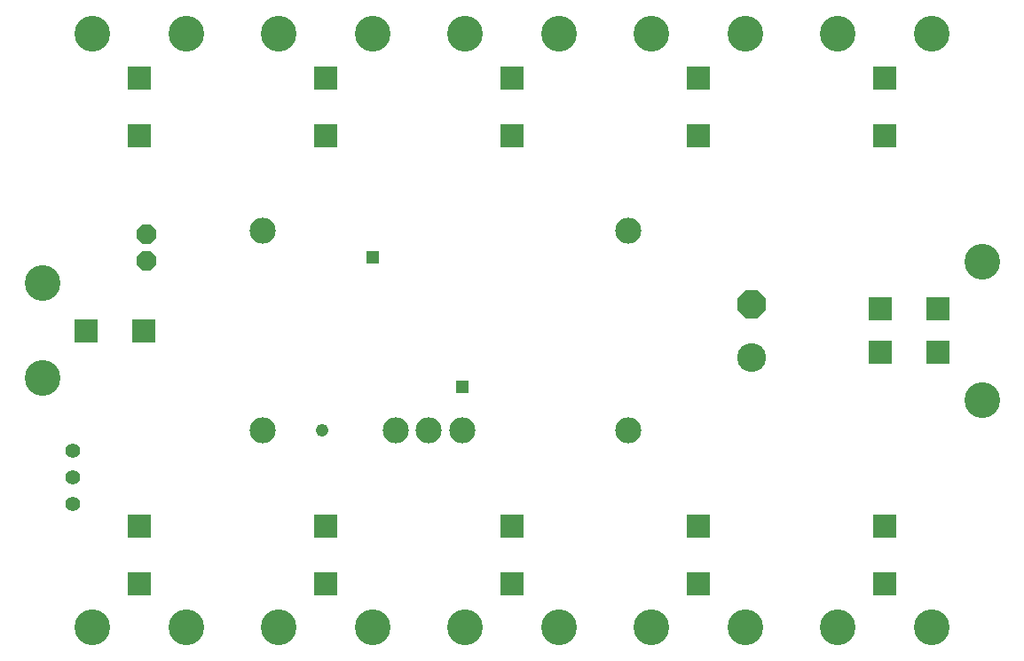
<source format=gts>
G75*
%MOIN*%
%OFA0B0*%
%FSLAX24Y24*%
%IPPOS*%
%LPD*%
%AMOC8*
5,1,8,0,0,1.08239X$1,22.5*
%
%ADD10C,0.1080*%
%ADD11OC8,0.1080*%
%ADD12OC8,0.0740*%
%ADD13R,0.0907X0.0907*%
%ADD14C,0.1340*%
%ADD15C,0.0980*%
%ADD16C,0.0556*%
%ADD17R,0.0476X0.0476*%
%ADD18C,0.0476*%
D10*
X030583Y014083D03*
D11*
X030583Y016083D03*
D12*
X007833Y017708D03*
X007833Y018708D03*
D13*
X007748Y015083D03*
X005583Y015083D03*
X007583Y007748D03*
X007583Y005583D03*
X014583Y005583D03*
X014583Y007748D03*
X021583Y007748D03*
X021583Y005583D03*
X028583Y005583D03*
X028583Y007748D03*
X035583Y007748D03*
X035583Y005583D03*
X035418Y014256D03*
X035418Y015910D03*
X037583Y015910D03*
X037583Y014256D03*
X035583Y022418D03*
X035583Y024583D03*
X028583Y024583D03*
X028583Y022418D03*
X021583Y022418D03*
X021583Y024583D03*
X014583Y024583D03*
X014583Y022418D03*
X007583Y022418D03*
X007583Y024583D03*
D14*
X005811Y003930D03*
X009355Y003930D03*
X012811Y003930D03*
X016355Y003930D03*
X019811Y003930D03*
X023355Y003930D03*
X026811Y003930D03*
X030355Y003930D03*
X033811Y003930D03*
X037355Y003930D03*
X039237Y012485D03*
X039237Y017681D03*
X037355Y026237D03*
X033811Y026237D03*
X030355Y026237D03*
X026811Y026237D03*
X023355Y026237D03*
X019811Y026237D03*
X016355Y026237D03*
X012811Y026237D03*
X009355Y026237D03*
X005811Y026237D03*
X003930Y016855D03*
X003930Y013311D03*
D15*
X012208Y011333D03*
X017208Y011333D03*
X018458Y011333D03*
X019708Y011333D03*
X025958Y011333D03*
X025958Y018833D03*
X012208Y018833D03*
D16*
X005083Y010583D03*
X005083Y009583D03*
X005083Y008583D03*
D17*
X016333Y017833D03*
X019708Y012958D03*
D18*
X014458Y011333D03*
M02*

</source>
